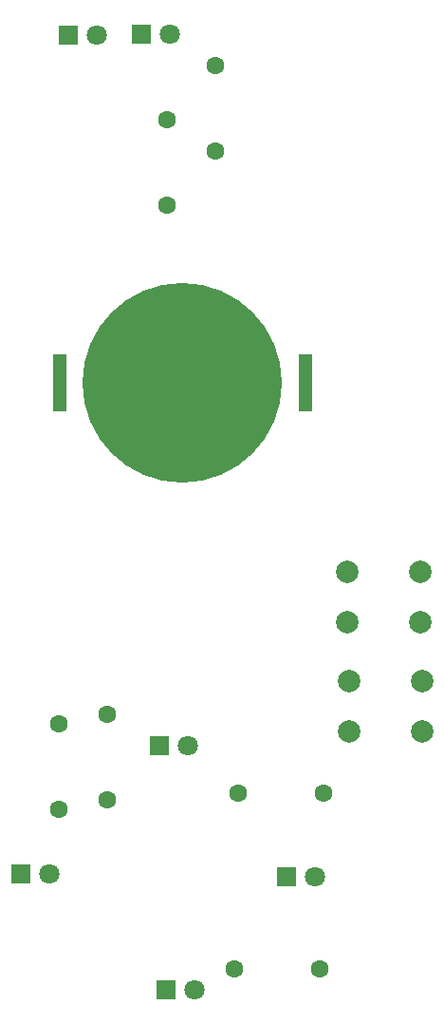
<source format=gbr>
%TF.GenerationSoftware,KiCad,Pcbnew,9.0.2*%
%TF.CreationDate,2025-07-01T09:30:54-07:00*%
%TF.ProjectId,solder,736f6c64-6572-42e6-9b69-6361645f7063,rev?*%
%TF.SameCoordinates,Original*%
%TF.FileFunction,Soldermask,Bot*%
%TF.FilePolarity,Negative*%
%FSLAX46Y46*%
G04 Gerber Fmt 4.6, Leading zero omitted, Abs format (unit mm)*
G04 Created by KiCad (PCBNEW 9.0.2) date 2025-07-01 09:30:54*
%MOMM*%
%LPD*%
G01*
G04 APERTURE LIST*
%ADD10C,2.000000*%
%ADD11R,1.800000X1.800000*%
%ADD12C,1.800000*%
%ADD13C,1.600000*%
%ADD14R,1.270000X5.080000*%
%ADD15C,17.800000*%
G04 APERTURE END LIST*
D10*
%TO.C,SW1*%
X153435000Y-94950000D03*
X159935000Y-94950000D03*
X153435000Y-99450000D03*
X159935000Y-99450000D03*
%TD*%
D11*
%TO.C,D4*%
X124270000Y-121880000D03*
D12*
X126810000Y-121880000D03*
%TD*%
D11*
%TO.C,D6*%
X147955000Y-122070000D03*
D12*
X150495000Y-122070000D03*
%TD*%
D11*
%TO.C,D2*%
X135035567Y-47032545D03*
D12*
X137575567Y-47032545D03*
%TD*%
D10*
%TO.C,SW2*%
X153585000Y-104650000D03*
X160085000Y-104650000D03*
X153585000Y-109150000D03*
X160085000Y-109150000D03*
%TD*%
D11*
%TO.C,D5*%
X137220000Y-132150000D03*
D12*
X139760000Y-132150000D03*
%TD*%
D11*
%TO.C,D3*%
X136660000Y-110430000D03*
D12*
X139200000Y-110430000D03*
%TD*%
D11*
%TO.C,D1*%
X128502285Y-47077420D03*
D12*
X131042285Y-47077420D03*
%TD*%
D13*
%TO.C,R9*%
X137330567Y-62242545D03*
X137330567Y-54622545D03*
%TD*%
D14*
%TO.C,BT1*%
X149688829Y-78073649D03*
X127718829Y-78073649D03*
D15*
X138703829Y-78073649D03*
%TD*%
D13*
%TO.C,R3*%
X143360000Y-130320000D03*
X150980000Y-130320000D03*
%TD*%
%TO.C,R2*%
X127650000Y-108460000D03*
X127650000Y-116080000D03*
%TD*%
%TO.C,R1*%
X132020000Y-107600000D03*
X132020000Y-115220000D03*
%TD*%
%TO.C,R10*%
X141640567Y-49802545D03*
X141640567Y-57422545D03*
%TD*%
%TO.C,R4*%
X151300000Y-114660000D03*
X143680000Y-114660000D03*
%TD*%
M02*

</source>
